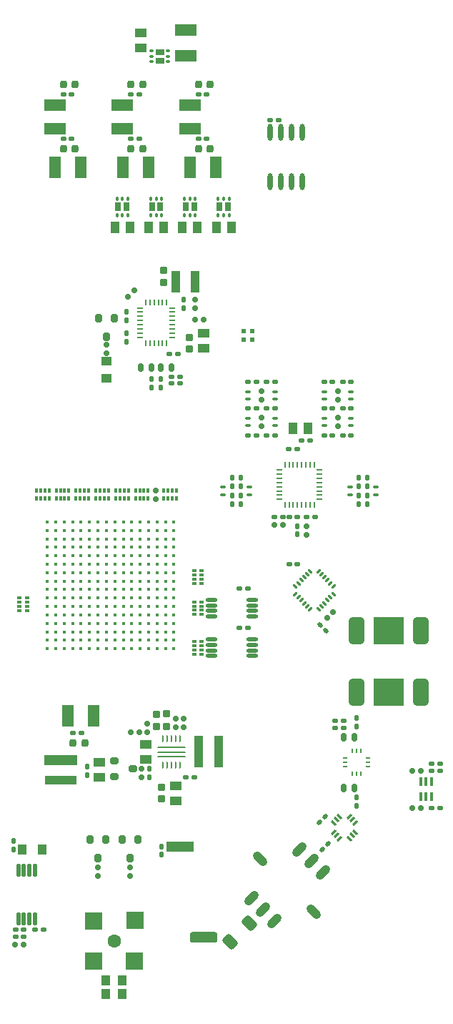
<source format=gtp>
G04*
G04 #@! TF.GenerationSoftware,Altium Limited,Altium Designer,21.7.2 (23)*
G04*
G04 Layer_Color=8421504*
%FSLAX43Y43*%
%MOMM*%
G71*
G04*
G04 #@! TF.SameCoordinates,A774AA4E-E338-4311-BF28-223F750F7C6B*
G04*
G04*
G04 #@! TF.FilePolarity,Positive*
G04*
G01*
G75*
%ADD18R,1.000X0.800*%
%ADD19R,0.800X1.000*%
%ADD20C,1.600*%
%ADD21R,2.000X2.000*%
%ADD22R,1.050X1.300*%
G04:AMPARAMS|DCode=23|XSize=0.61mm|YSize=0.6mm|CornerRadius=0.15mm|HoleSize=0mm|Usage=FLASHONLY|Rotation=180.000|XOffset=0mm|YOffset=0mm|HoleType=Round|Shape=RoundedRectangle|*
%AMROUNDEDRECTD23*
21,1,0.610,0.300,0,0,180.0*
21,1,0.310,0.600,0,0,180.0*
1,1,0.300,-0.155,0.150*
1,1,0.300,0.155,0.150*
1,1,0.300,0.155,-0.150*
1,1,0.300,-0.155,-0.150*
%
%ADD23ROUNDEDRECTD23*%
G04:AMPARAMS|DCode=24|XSize=0.8mm|YSize=1mm|CornerRadius=0.2mm|HoleSize=0mm|Usage=FLASHONLY|Rotation=0.000|XOffset=0mm|YOffset=0mm|HoleType=Round|Shape=RoundedRectangle|*
%AMROUNDEDRECTD24*
21,1,0.800,0.600,0,0,0.0*
21,1,0.400,1.000,0,0,0.0*
1,1,0.400,0.200,-0.300*
1,1,0.400,-0.200,-0.300*
1,1,0.400,-0.200,0.300*
1,1,0.400,0.200,0.300*
%
%ADD24ROUNDEDRECTD24*%
%ADD25R,0.600X0.500*%
G04:AMPARAMS|DCode=26|XSize=0.5mm|YSize=0.6mm|CornerRadius=0.125mm|HoleSize=0mm|Usage=FLASHONLY|Rotation=90.000|XOffset=0mm|YOffset=0mm|HoleType=Round|Shape=RoundedRectangle|*
%AMROUNDEDRECTD26*
21,1,0.500,0.350,0,0,90.0*
21,1,0.250,0.600,0,0,90.0*
1,1,0.250,0.175,0.125*
1,1,0.250,0.175,-0.125*
1,1,0.250,-0.175,-0.125*
1,1,0.250,-0.175,0.125*
%
%ADD26ROUNDEDRECTD26*%
%ADD27O,1.400X0.500*%
%ADD28C,0.450*%
G04:AMPARAMS|DCode=29|XSize=0.375mm|YSize=0.55mm|CornerRadius=0.094mm|HoleSize=0mm|Usage=FLASHONLY|Rotation=270.000|XOffset=0mm|YOffset=0mm|HoleType=Round|Shape=RoundedRectangle|*
%AMROUNDEDRECTD29*
21,1,0.375,0.363,0,0,270.0*
21,1,0.188,0.550,0,0,270.0*
1,1,0.188,-0.181,-0.094*
1,1,0.188,-0.181,0.094*
1,1,0.188,0.181,0.094*
1,1,0.188,0.181,-0.094*
%
%ADD29ROUNDEDRECTD29*%
G04:AMPARAMS|DCode=30|XSize=0.375mm|YSize=0.55mm|CornerRadius=0.094mm|HoleSize=0mm|Usage=FLASHONLY|Rotation=0.000|XOffset=0mm|YOffset=0mm|HoleType=Round|Shape=RoundedRectangle|*
%AMROUNDEDRECTD30*
21,1,0.375,0.363,0,0,0.0*
21,1,0.188,0.550,0,0,0.0*
1,1,0.188,0.094,-0.181*
1,1,0.188,-0.094,-0.181*
1,1,0.188,-0.094,0.181*
1,1,0.188,0.094,0.181*
%
%ADD30ROUNDEDRECTD30*%
G04:AMPARAMS|DCode=31|XSize=0.64mm|YSize=1.02mm|CornerRadius=0.16mm|HoleSize=0mm|Usage=FLASHONLY|Rotation=180.000|XOffset=0mm|YOffset=0mm|HoleType=Round|Shape=RoundedRectangle|*
%AMROUNDEDRECTD31*
21,1,0.640,0.700,0,0,180.0*
21,1,0.320,1.020,0,0,180.0*
1,1,0.320,-0.160,0.350*
1,1,0.320,0.160,0.350*
1,1,0.320,0.160,-0.350*
1,1,0.320,-0.160,-0.350*
%
%ADD31ROUNDEDRECTD31*%
%ADD32R,3.658X3.226*%
G04:AMPARAMS|DCode=33|XSize=1.88mm|YSize=3.226mm|CornerRadius=0.47mm|HoleSize=0mm|Usage=FLASHONLY|Rotation=180.000|XOffset=0mm|YOffset=0mm|HoleType=Round|Shape=RoundedRectangle|*
%AMROUNDEDRECTD33*
21,1,1.880,2.286,0,0,180.0*
21,1,0.940,3.226,0,0,180.0*
1,1,0.940,-0.470,1.143*
1,1,0.940,0.470,1.143*
1,1,0.940,0.470,-1.143*
1,1,0.940,-0.470,-1.143*
%
%ADD33ROUNDEDRECTD33*%
%ADD34R,1.400X1.100*%
%ADD35R,0.980X3.700*%
G04:AMPARAMS|DCode=36|XSize=0.5mm|YSize=0.6mm|CornerRadius=0.125mm|HoleSize=0mm|Usage=FLASHONLY|Rotation=180.000|XOffset=0mm|YOffset=0mm|HoleType=Round|Shape=RoundedRectangle|*
%AMROUNDEDRECTD36*
21,1,0.500,0.350,0,0,180.0*
21,1,0.250,0.600,0,0,180.0*
1,1,0.250,-0.125,0.175*
1,1,0.250,0.125,0.175*
1,1,0.250,0.125,-0.175*
1,1,0.250,-0.125,-0.175*
%
%ADD36ROUNDEDRECTD36*%
G04:AMPARAMS|DCode=37|XSize=0.9mm|YSize=0.8mm|CornerRadius=0.2mm|HoleSize=0mm|Usage=FLASHONLY|Rotation=0.000|XOffset=0mm|YOffset=0mm|HoleType=Round|Shape=RoundedRectangle|*
%AMROUNDEDRECTD37*
21,1,0.900,0.400,0,0,0.0*
21,1,0.500,0.800,0,0,0.0*
1,1,0.400,0.250,-0.200*
1,1,0.400,-0.250,-0.200*
1,1,0.400,-0.250,0.200*
1,1,0.400,0.250,0.200*
%
%ADD37ROUNDEDRECTD37*%
%ADD38R,1.400X2.600*%
%ADD39R,3.700X0.980*%
%ADD40R,3.900X1.180*%
G04:AMPARAMS|DCode=41|XSize=0.61mm|YSize=0.6mm|CornerRadius=0.15mm|HoleSize=0mm|Usage=FLASHONLY|Rotation=270.000|XOffset=0mm|YOffset=0mm|HoleType=Round|Shape=RoundedRectangle|*
%AMROUNDEDRECTD41*
21,1,0.610,0.300,0,0,270.0*
21,1,0.310,0.600,0,0,270.0*
1,1,0.300,-0.150,-0.155*
1,1,0.300,-0.150,0.155*
1,1,0.300,0.150,0.155*
1,1,0.300,0.150,-0.155*
%
%ADD41ROUNDEDRECTD41*%
G04:AMPARAMS|DCode=42|XSize=0.25mm|YSize=0.8mm|CornerRadius=0.063mm|HoleSize=0mm|Usage=FLASHONLY|Rotation=0.000|XOffset=0mm|YOffset=0mm|HoleType=Round|Shape=RoundedRectangle|*
%AMROUNDEDRECTD42*
21,1,0.250,0.675,0,0,0.0*
21,1,0.125,0.800,0,0,0.0*
1,1,0.125,0.063,-0.338*
1,1,0.125,-0.063,-0.338*
1,1,0.125,-0.063,0.338*
1,1,0.125,0.063,0.338*
%
%ADD42ROUNDEDRECTD42*%
G04:AMPARAMS|DCode=43|XSize=0.25mm|YSize=3.4mm|CornerRadius=0.063mm|HoleSize=0mm|Usage=FLASHONLY|Rotation=90.000|XOffset=0mm|YOffset=0mm|HoleType=Round|Shape=RoundedRectangle|*
%AMROUNDEDRECTD43*
21,1,0.250,3.275,0,0,90.0*
21,1,0.125,3.400,0,0,90.0*
1,1,0.125,1.638,0.063*
1,1,0.125,1.638,-0.063*
1,1,0.125,-1.638,-0.063*
1,1,0.125,-1.638,0.063*
%
%ADD43ROUNDEDRECTD43*%
G04:AMPARAMS|DCode=44|XSize=0.9mm|YSize=0.8mm|CornerRadius=0.2mm|HoleSize=0mm|Usage=FLASHONLY|Rotation=270.000|XOffset=0mm|YOffset=0mm|HoleType=Round|Shape=RoundedRectangle|*
%AMROUNDEDRECTD44*
21,1,0.900,0.400,0,0,270.0*
21,1,0.500,0.800,0,0,270.0*
1,1,0.400,-0.200,-0.250*
1,1,0.400,-0.200,0.250*
1,1,0.400,0.200,0.250*
1,1,0.400,0.200,-0.250*
%
%ADD44ROUNDEDRECTD44*%
G04:AMPARAMS|DCode=45|XSize=0.8mm|YSize=1mm|CornerRadius=0.2mm|HoleSize=0mm|Usage=FLASHONLY|Rotation=90.000|XOffset=0mm|YOffset=0mm|HoleType=Round|Shape=RoundedRectangle|*
%AMROUNDEDRECTD45*
21,1,0.800,0.600,0,0,90.0*
21,1,0.400,1.000,0,0,90.0*
1,1,0.400,0.300,0.200*
1,1,0.400,0.300,-0.200*
1,1,0.400,-0.300,-0.200*
1,1,0.400,-0.300,0.200*
%
%ADD45ROUNDEDRECTD45*%
%ADD46O,0.250X0.750*%
%ADD47O,0.750X0.250*%
G04:AMPARAMS|DCode=48|XSize=0.45mm|YSize=0.3mm|CornerRadius=0.038mm|HoleSize=0mm|Usage=FLASHONLY|Rotation=0.000|XOffset=0mm|YOffset=0mm|HoleType=Round|Shape=RoundedRectangle|*
%AMROUNDEDRECTD48*
21,1,0.450,0.225,0,0,0.0*
21,1,0.375,0.300,0,0,0.0*
1,1,0.075,0.188,-0.113*
1,1,0.075,-0.188,-0.113*
1,1,0.075,-0.188,0.113*
1,1,0.075,0.188,0.113*
%
%ADD48ROUNDEDRECTD48*%
%ADD49R,2.600X1.400*%
%ADD50O,0.250X0.700*%
%ADD51O,0.700X0.250*%
G04:AMPARAMS|DCode=52|XSize=0.25mm|YSize=0.55mm|CornerRadius=0.063mm|HoleSize=0mm|Usage=FLASHONLY|Rotation=180.000|XOffset=0mm|YOffset=0mm|HoleType=Round|Shape=RoundedRectangle|*
%AMROUNDEDRECTD52*
21,1,0.250,0.425,0,0,180.0*
21,1,0.125,0.550,0,0,180.0*
1,1,0.125,-0.063,0.213*
1,1,0.125,0.063,0.213*
1,1,0.125,0.063,-0.213*
1,1,0.125,-0.063,-0.213*
%
%ADD52ROUNDEDRECTD52*%
G04:AMPARAMS|DCode=53|XSize=0.25mm|YSize=0.55mm|CornerRadius=0.063mm|HoleSize=0mm|Usage=FLASHONLY|Rotation=90.000|XOffset=0mm|YOffset=0mm|HoleType=Round|Shape=RoundedRectangle|*
%AMROUNDEDRECTD53*
21,1,0.250,0.425,0,0,90.0*
21,1,0.125,0.550,0,0,90.0*
1,1,0.125,0.213,0.063*
1,1,0.125,0.213,-0.063*
1,1,0.125,-0.213,-0.063*
1,1,0.125,-0.213,0.063*
%
%ADD53ROUNDEDRECTD53*%
G04:AMPARAMS|DCode=54|XSize=1.02mm|YSize=2mm|CornerRadius=0mm|HoleSize=0mm|Usage=FLASHONLY|Rotation=315.000|XOffset=0mm|YOffset=0mm|HoleType=Round|Shape=Round|*
%AMOVALD54*
21,1,0.980,1.020,0.000,0.000,45.0*
1,1,1.020,-0.346,-0.346*
1,1,1.020,0.346,0.346*
%
%ADD54OVALD54*%

G04:AMPARAMS|DCode=55|XSize=1.02mm|YSize=2mm|CornerRadius=0mm|HoleSize=0mm|Usage=FLASHONLY|Rotation=45.000|XOffset=0mm|YOffset=0mm|HoleType=Round|Shape=Round|*
%AMOVALD55*
21,1,0.980,1.020,0.000,0.000,135.0*
1,1,1.020,0.346,-0.346*
1,1,1.020,-0.346,0.346*
%
%ADD55OVALD55*%

G04:AMPARAMS|DCode=56|XSize=1mm|YSize=0.376mm|CornerRadius=0.094mm|HoleSize=0mm|Usage=FLASHONLY|Rotation=90.000|XOffset=0mm|YOffset=0mm|HoleType=Round|Shape=RoundedRectangle|*
%AMROUNDEDRECTD56*
21,1,1.000,0.188,0,0,90.0*
21,1,0.812,0.376,0,0,90.0*
1,1,0.188,0.094,0.406*
1,1,0.188,0.094,-0.406*
1,1,0.188,-0.094,-0.406*
1,1,0.188,-0.094,0.406*
%
%ADD56ROUNDEDRECTD56*%
G04:AMPARAMS|DCode=57|XSize=0.36mm|YSize=0.66mm|CornerRadius=0.09mm|HoleSize=0mm|Usage=FLASHONLY|Rotation=90.000|XOffset=0mm|YOffset=0mm|HoleType=Round|Shape=RoundedRectangle|*
%AMROUNDEDRECTD57*
21,1,0.360,0.480,0,0,90.0*
21,1,0.180,0.660,0,0,90.0*
1,1,0.180,0.240,0.090*
1,1,0.180,0.240,-0.090*
1,1,0.180,-0.240,-0.090*
1,1,0.180,-0.240,0.090*
%
%ADD57ROUNDEDRECTD57*%
%ADD58R,1.300X1.050*%
%ADD59O,0.600X2.000*%
G04:AMPARAMS|DCode=60|XSize=0.45mm|YSize=0.3mm|CornerRadius=0.038mm|HoleSize=0mm|Usage=FLASHONLY|Rotation=90.000|XOffset=0mm|YOffset=0mm|HoleType=Round|Shape=RoundedRectangle|*
%AMROUNDEDRECTD60*
21,1,0.450,0.225,0,0,90.0*
21,1,0.375,0.300,0,0,90.0*
1,1,0.075,0.113,0.188*
1,1,0.075,0.113,-0.188*
1,1,0.075,-0.113,-0.188*
1,1,0.075,-0.113,0.188*
%
%ADD60ROUNDEDRECTD60*%
G04:AMPARAMS|DCode=61|XSize=0.61mm|YSize=0.6mm|CornerRadius=0.15mm|HoleSize=0mm|Usage=FLASHONLY|Rotation=315.000|XOffset=0mm|YOffset=0mm|HoleType=Round|Shape=RoundedRectangle|*
%AMROUNDEDRECTD61*
21,1,0.610,0.300,0,0,315.0*
21,1,0.310,0.600,0,0,315.0*
1,1,0.300,0.003,-0.216*
1,1,0.300,-0.216,0.003*
1,1,0.300,-0.003,0.216*
1,1,0.300,0.216,-0.003*
%
%ADD61ROUNDEDRECTD61*%
%ADD62R,1.020X2.540*%
%ADD63R,1.100X1.400*%
G04:AMPARAMS|DCode=64|XSize=0.3mm|YSize=0.7mm|CornerRadius=0mm|HoleSize=0mm|Usage=FLASHONLY|Rotation=225.000|XOffset=0mm|YOffset=0mm|HoleType=Round|Shape=Round|*
%AMOVALD64*
21,1,0.400,0.300,0.000,0.000,315.0*
1,1,0.300,-0.141,0.141*
1,1,0.300,0.141,-0.141*
%
%ADD64OVALD64*%

G04:AMPARAMS|DCode=65|XSize=0.3mm|YSize=0.7mm|CornerRadius=0mm|HoleSize=0mm|Usage=FLASHONLY|Rotation=135.000|XOffset=0mm|YOffset=0mm|HoleType=Round|Shape=Round|*
%AMOVALD65*
21,1,0.400,0.300,0.000,0.000,225.0*
1,1,0.300,0.141,0.141*
1,1,0.300,-0.141,-0.141*
%
%ADD65OVALD65*%

G04:AMPARAMS|DCode=66|XSize=0.5mm|YSize=0.6mm|CornerRadius=0.125mm|HoleSize=0mm|Usage=FLASHONLY|Rotation=135.000|XOffset=0mm|YOffset=0mm|HoleType=Round|Shape=RoundedRectangle|*
%AMROUNDEDRECTD66*
21,1,0.500,0.350,0,0,135.0*
21,1,0.250,0.600,0,0,135.0*
1,1,0.250,0.035,0.212*
1,1,0.250,0.212,0.035*
1,1,0.250,-0.035,-0.212*
1,1,0.250,-0.212,-0.035*
%
%ADD66ROUNDEDRECTD66*%
G04:AMPARAMS|DCode=67|XSize=0.5mm|YSize=0.6mm|CornerRadius=0.125mm|HoleSize=0mm|Usage=FLASHONLY|Rotation=225.000|XOffset=0mm|YOffset=0mm|HoleType=Round|Shape=RoundedRectangle|*
%AMROUNDEDRECTD67*
21,1,0.500,0.350,0,0,225.0*
21,1,0.250,0.600,0,0,225.0*
1,1,0.250,-0.212,0.035*
1,1,0.250,-0.035,0.212*
1,1,0.250,0.212,-0.035*
1,1,0.250,0.035,-0.212*
%
%ADD67ROUNDEDRECTD67*%
G04:AMPARAMS|DCode=68|XSize=0.75mm|YSize=0.28mm|CornerRadius=0.07mm|HoleSize=0mm|Usage=FLASHONLY|Rotation=135.000|XOffset=0mm|YOffset=0mm|HoleType=Round|Shape=RoundedRectangle|*
%AMROUNDEDRECTD68*
21,1,0.750,0.140,0,0,135.0*
21,1,0.610,0.280,0,0,135.0*
1,1,0.140,-0.166,0.265*
1,1,0.140,0.265,-0.166*
1,1,0.140,0.166,-0.265*
1,1,0.140,-0.265,0.166*
%
%ADD68ROUNDEDRECTD68*%
G04:AMPARAMS|DCode=69|XSize=0.75mm|YSize=0.28mm|CornerRadius=0.07mm|HoleSize=0mm|Usage=FLASHONLY|Rotation=45.000|XOffset=0mm|YOffset=0mm|HoleType=Round|Shape=RoundedRectangle|*
%AMROUNDEDRECTD69*
21,1,0.750,0.140,0,0,45.0*
21,1,0.610,0.280,0,0,45.0*
1,1,0.140,0.265,0.166*
1,1,0.140,-0.166,-0.265*
1,1,0.140,-0.265,-0.166*
1,1,0.140,0.166,0.265*
%
%ADD69ROUNDEDRECTD69*%
G04:AMPARAMS|DCode=70|XSize=1.25mm|YSize=1.7mm|CornerRadius=0.313mm|HoleSize=0mm|Usage=FLASHONLY|Rotation=45.000|XOffset=0mm|YOffset=0mm|HoleType=Round|Shape=RoundedRectangle|*
%AMROUNDEDRECTD70*
21,1,1.250,1.075,0,0,45.0*
21,1,0.625,1.700,0,0,45.0*
1,1,0.625,0.601,-0.159*
1,1,0.625,0.159,-0.601*
1,1,0.625,-0.601,0.159*
1,1,0.625,-0.159,0.601*
%
%ADD70ROUNDEDRECTD70*%
G04:AMPARAMS|DCode=71|XSize=0.45mm|YSize=1.5mm|CornerRadius=0.113mm|HoleSize=0mm|Usage=FLASHONLY|Rotation=0.000|XOffset=0mm|YOffset=0mm|HoleType=Round|Shape=RoundedRectangle|*
%AMROUNDEDRECTD71*
21,1,0.450,1.275,0,0,0.0*
21,1,0.225,1.500,0,0,0.0*
1,1,0.225,0.113,-0.638*
1,1,0.225,-0.113,-0.638*
1,1,0.225,-0.113,0.638*
1,1,0.225,0.113,0.638*
%
%ADD71ROUNDEDRECTD71*%
%ADD72R,3.300X1.270*%
G04:AMPARAMS|DCode=73|XSize=3.3mm|YSize=1.27mm|CornerRadius=0.318mm|HoleSize=0mm|Usage=FLASHONLY|Rotation=0.000|XOffset=0mm|YOffset=0mm|HoleType=Round|Shape=RoundedRectangle|*
%AMROUNDEDRECTD73*
21,1,3.300,0.635,0,0,0.0*
21,1,2.665,1.270,0,0,0.0*
1,1,0.635,1.333,-0.318*
1,1,0.635,-1.333,-0.318*
1,1,0.635,-1.333,0.318*
1,1,0.635,1.333,0.318*
%
%ADD73ROUNDEDRECTD73*%
D18*
X72350Y169650D02*
D03*
X72350Y168650D02*
D03*
D19*
X79400Y151300D02*
D03*
X80400Y151300D02*
D03*
X76400Y151300D02*
D03*
X75400Y151300D02*
D03*
X72400Y151300D02*
D03*
X71400Y151300D02*
D03*
X67400Y151300D02*
D03*
X68400Y151299D02*
D03*
D20*
X66900Y64400D02*
D03*
D21*
X64525Y62025D02*
D03*
X69375Y66875D02*
D03*
X69275Y62025D02*
D03*
X64525Y66775D02*
D03*
D22*
X65890Y58100D02*
D03*
X67910D02*
D03*
X65890Y59700D02*
D03*
X67910D02*
D03*
X56050Y75200D02*
D03*
X58350D02*
D03*
D23*
X65000Y73108D02*
D03*
Y72092D02*
D03*
X71875Y116742D02*
D03*
Y117758D02*
D03*
X75125Y90683D02*
D03*
Y89667D02*
D03*
X74225D02*
D03*
Y90683D02*
D03*
X70800Y90133D02*
D03*
Y89117D02*
D03*
X70175Y83767D02*
D03*
Y84783D02*
D03*
X68800Y72092D02*
D03*
Y73108D02*
D03*
X84400Y126383D02*
D03*
Y125367D02*
D03*
Y128467D02*
D03*
Y129483D02*
D03*
X93400Y128467D02*
D03*
Y129483D02*
D03*
Y126383D02*
D03*
Y125367D02*
D03*
X66000Y133992D02*
D03*
Y135008D02*
D03*
X76500Y139342D02*
D03*
Y140358D02*
D03*
X89725Y112492D02*
D03*
Y113508D02*
D03*
D24*
X69750Y76400D02*
D03*
X67850D02*
D03*
X68800Y74200D02*
D03*
X66000Y135900D02*
D03*
X65050Y138100D02*
D03*
X66950D02*
D03*
X65950Y76400D02*
D03*
X64050D02*
D03*
X65000Y74200D02*
D03*
D25*
X83300Y136600D02*
D03*
X82300D02*
D03*
X83300Y135600D02*
D03*
X82300D02*
D03*
D26*
X81750Y106150D02*
D03*
X82750D02*
D03*
X93096Y89627D02*
D03*
X94096D02*
D03*
X63050Y89050D02*
D03*
X62050D02*
D03*
X76400Y83775D02*
D03*
X75400D02*
D03*
X81750Y101450D02*
D03*
X82750D02*
D03*
X77900Y164650D02*
D03*
X76900D02*
D03*
Y159350D02*
D03*
X77900D02*
D03*
X104525Y85413D02*
D03*
X105525D02*
D03*
X104525Y84550D02*
D03*
X105525D02*
D03*
X104525Y80150D02*
D03*
X105525D02*
D03*
X85000Y124275D02*
D03*
X86000D02*
D03*
X82800D02*
D03*
X83800D02*
D03*
X85000Y127425D02*
D03*
X86000D02*
D03*
X82800Y127425D02*
D03*
X83800D02*
D03*
X85000Y130575D02*
D03*
X86000D02*
D03*
X82800D02*
D03*
X83800D02*
D03*
X94000Y130575D02*
D03*
X95000D02*
D03*
X91800D02*
D03*
X92800D02*
D03*
X91800Y127425D02*
D03*
X92800D02*
D03*
X91800Y124275D02*
D03*
X92800D02*
D03*
X94000D02*
D03*
X95000D02*
D03*
X94000Y127425D02*
D03*
X95000D02*
D03*
X86400Y161600D02*
D03*
X85400D02*
D03*
X69900Y164650D02*
D03*
X68900D02*
D03*
X61900D02*
D03*
X60900D02*
D03*
X61900Y159350D02*
D03*
X60900D02*
D03*
X69900D02*
D03*
X68900D02*
D03*
X74750Y131200D02*
D03*
X73750D02*
D03*
X74750Y130400D02*
D03*
X73750D02*
D03*
X74443Y133869D02*
D03*
X73443D02*
D03*
X89150Y123613D02*
D03*
X90150D02*
D03*
X85900Y114600D02*
D03*
X86900D02*
D03*
X88600Y122650D02*
D03*
X87600D02*
D03*
X90725Y114625D02*
D03*
X89725D02*
D03*
X87650Y114607D02*
D03*
X88650D02*
D03*
X87650Y108975D02*
D03*
X88650D02*
D03*
X94100Y90500D02*
D03*
X93100D02*
D03*
X57525Y65700D02*
D03*
X58525D02*
D03*
X56225Y65700D02*
D03*
X55225D02*
D03*
X56225Y64900D02*
D03*
X55225D02*
D03*
D27*
X78450Y104775D02*
D03*
Y104125D02*
D03*
Y103475D02*
D03*
Y102825D02*
D03*
X83250Y103475D02*
D03*
Y104125D02*
D03*
Y104775D02*
D03*
Y102825D02*
D03*
X78450Y100075D02*
D03*
Y99425D02*
D03*
Y98775D02*
D03*
Y98125D02*
D03*
X83250Y100075D02*
D03*
Y99425D02*
D03*
Y98775D02*
D03*
Y98125D02*
D03*
D28*
X73000Y103000D02*
D03*
X74000D02*
D03*
Y104000D02*
D03*
X73000D02*
D03*
X60000Y110000D02*
D03*
X59000D02*
D03*
Y99000D02*
D03*
Y100000D02*
D03*
Y101000D02*
D03*
Y102000D02*
D03*
Y103000D02*
D03*
Y104000D02*
D03*
Y105000D02*
D03*
Y106000D02*
D03*
Y107000D02*
D03*
Y108000D02*
D03*
Y109000D02*
D03*
Y111000D02*
D03*
Y112000D02*
D03*
Y113000D02*
D03*
Y114000D02*
D03*
X60000Y99000D02*
D03*
Y100000D02*
D03*
Y101000D02*
D03*
Y102000D02*
D03*
Y103000D02*
D03*
Y104000D02*
D03*
Y105000D02*
D03*
Y106000D02*
D03*
Y107000D02*
D03*
Y108000D02*
D03*
Y109000D02*
D03*
Y111000D02*
D03*
Y112000D02*
D03*
Y113000D02*
D03*
Y114000D02*
D03*
X61000Y99000D02*
D03*
Y100000D02*
D03*
Y101000D02*
D03*
Y102000D02*
D03*
Y103000D02*
D03*
Y104000D02*
D03*
Y105000D02*
D03*
Y106000D02*
D03*
Y107000D02*
D03*
Y108000D02*
D03*
Y109000D02*
D03*
Y110000D02*
D03*
Y111000D02*
D03*
Y112000D02*
D03*
Y113000D02*
D03*
Y114000D02*
D03*
X62000Y99000D02*
D03*
Y100000D02*
D03*
Y101000D02*
D03*
Y102000D02*
D03*
Y103000D02*
D03*
Y104000D02*
D03*
Y105000D02*
D03*
Y106000D02*
D03*
Y107000D02*
D03*
Y108000D02*
D03*
Y109000D02*
D03*
Y110000D02*
D03*
Y111000D02*
D03*
Y112000D02*
D03*
Y113000D02*
D03*
Y114000D02*
D03*
X63000Y99000D02*
D03*
Y100000D02*
D03*
Y101000D02*
D03*
Y102000D02*
D03*
Y103000D02*
D03*
Y104000D02*
D03*
Y105000D02*
D03*
Y106000D02*
D03*
Y107000D02*
D03*
Y108000D02*
D03*
Y109000D02*
D03*
Y110000D02*
D03*
Y111000D02*
D03*
Y112000D02*
D03*
Y113000D02*
D03*
Y114000D02*
D03*
X64000Y99000D02*
D03*
Y100000D02*
D03*
Y101000D02*
D03*
Y102000D02*
D03*
Y103000D02*
D03*
Y104000D02*
D03*
Y105000D02*
D03*
Y106000D02*
D03*
Y107000D02*
D03*
Y108000D02*
D03*
Y109000D02*
D03*
Y110000D02*
D03*
Y111000D02*
D03*
Y112000D02*
D03*
Y113000D02*
D03*
Y114000D02*
D03*
X65000Y99000D02*
D03*
Y100000D02*
D03*
Y101000D02*
D03*
Y102000D02*
D03*
Y103000D02*
D03*
Y104000D02*
D03*
Y105000D02*
D03*
Y106000D02*
D03*
Y107000D02*
D03*
Y108000D02*
D03*
Y109000D02*
D03*
Y110000D02*
D03*
Y111000D02*
D03*
Y112000D02*
D03*
Y113000D02*
D03*
Y114000D02*
D03*
X66000Y99000D02*
D03*
Y100000D02*
D03*
Y101000D02*
D03*
Y102000D02*
D03*
Y103000D02*
D03*
Y104000D02*
D03*
Y105000D02*
D03*
Y106000D02*
D03*
Y107000D02*
D03*
Y108000D02*
D03*
Y109000D02*
D03*
Y110000D02*
D03*
Y111000D02*
D03*
Y112000D02*
D03*
Y113000D02*
D03*
Y114000D02*
D03*
X67000Y99000D02*
D03*
Y100000D02*
D03*
Y101000D02*
D03*
Y102000D02*
D03*
Y103000D02*
D03*
Y104000D02*
D03*
Y105000D02*
D03*
Y106000D02*
D03*
Y107000D02*
D03*
Y108000D02*
D03*
Y109000D02*
D03*
Y110000D02*
D03*
Y111000D02*
D03*
Y112000D02*
D03*
Y113000D02*
D03*
Y114000D02*
D03*
X68000Y99000D02*
D03*
Y100000D02*
D03*
Y101000D02*
D03*
Y102000D02*
D03*
Y103000D02*
D03*
Y104000D02*
D03*
Y105000D02*
D03*
Y106000D02*
D03*
Y107000D02*
D03*
Y108000D02*
D03*
Y109000D02*
D03*
Y110000D02*
D03*
Y111000D02*
D03*
Y112000D02*
D03*
Y113000D02*
D03*
Y114000D02*
D03*
X69000Y99000D02*
D03*
Y100000D02*
D03*
Y101000D02*
D03*
Y102000D02*
D03*
Y103000D02*
D03*
Y104000D02*
D03*
Y105000D02*
D03*
Y106000D02*
D03*
Y107000D02*
D03*
Y108000D02*
D03*
Y109000D02*
D03*
Y110000D02*
D03*
Y111000D02*
D03*
Y112000D02*
D03*
Y113000D02*
D03*
Y114000D02*
D03*
X70000Y99000D02*
D03*
Y100000D02*
D03*
Y101000D02*
D03*
Y102000D02*
D03*
Y103000D02*
D03*
Y104000D02*
D03*
Y105000D02*
D03*
Y106000D02*
D03*
Y107000D02*
D03*
Y108000D02*
D03*
Y109000D02*
D03*
Y110000D02*
D03*
Y111000D02*
D03*
Y112000D02*
D03*
Y113000D02*
D03*
Y114000D02*
D03*
X71000Y99000D02*
D03*
Y100000D02*
D03*
Y101000D02*
D03*
Y102000D02*
D03*
Y103000D02*
D03*
Y104000D02*
D03*
Y105000D02*
D03*
Y106000D02*
D03*
Y107000D02*
D03*
Y108000D02*
D03*
Y109000D02*
D03*
Y110000D02*
D03*
Y111000D02*
D03*
Y112000D02*
D03*
Y113000D02*
D03*
Y114000D02*
D03*
X72000Y99000D02*
D03*
Y100000D02*
D03*
Y101000D02*
D03*
Y102000D02*
D03*
Y103000D02*
D03*
Y104000D02*
D03*
Y105000D02*
D03*
Y106000D02*
D03*
Y107000D02*
D03*
Y108000D02*
D03*
Y109000D02*
D03*
Y110000D02*
D03*
Y111000D02*
D03*
Y112000D02*
D03*
Y113000D02*
D03*
X73000Y99000D02*
D03*
Y102000D02*
D03*
Y105000D02*
D03*
Y106000D02*
D03*
Y109000D02*
D03*
Y110000D02*
D03*
Y111000D02*
D03*
X74000Y99000D02*
D03*
Y101000D02*
D03*
Y102000D02*
D03*
Y105000D02*
D03*
Y106000D02*
D03*
Y108000D02*
D03*
Y109000D02*
D03*
Y110000D02*
D03*
Y111000D02*
D03*
Y114000D02*
D03*
X73000Y112000D02*
D03*
X74000D02*
D03*
Y113000D02*
D03*
Y100000D02*
D03*
Y107000D02*
D03*
X73000Y108000D02*
D03*
X72000Y114000D02*
D03*
X73000Y100000D02*
D03*
Y101000D02*
D03*
Y107000D02*
D03*
Y114000D02*
D03*
Y113000D02*
D03*
D29*
X76400Y103050D02*
D03*
X76400Y103550D02*
D03*
X76400Y104550D02*
D03*
X76400Y104050D02*
D03*
X77300Y103550D02*
D03*
X77300Y103050D02*
D03*
Y104550D02*
D03*
X77300Y104050D02*
D03*
X76400Y106750D02*
D03*
X76400Y99850D02*
D03*
Y98850D02*
D03*
X76400Y107750D02*
D03*
Y107250D02*
D03*
X76400Y99350D02*
D03*
X56600Y104000D02*
D03*
X55700D02*
D03*
X56600Y103500D02*
D03*
X55700D02*
D03*
X56600Y104500D02*
D03*
X55700D02*
D03*
X56600Y105000D02*
D03*
X55700D02*
D03*
X77300Y98850D02*
D03*
Y98350D02*
D03*
X76400D02*
D03*
X77300Y99350D02*
D03*
Y99850D02*
D03*
X77300Y107750D02*
D03*
X76400Y108250D02*
D03*
X77300D02*
D03*
Y107250D02*
D03*
Y106750D02*
D03*
D30*
X73800Y116800D02*
D03*
X74300D02*
D03*
X73300D02*
D03*
X59200Y117700D02*
D03*
Y116800D02*
D03*
X58700Y117700D02*
D03*
Y116800D02*
D03*
X57700Y117700D02*
D03*
Y116800D02*
D03*
X58200Y117700D02*
D03*
Y116800D02*
D03*
X61550Y117700D02*
D03*
Y116800D02*
D03*
X61050Y117700D02*
D03*
Y116800D02*
D03*
X60050Y117700D02*
D03*
Y116800D02*
D03*
X60550Y117700D02*
D03*
Y116800D02*
D03*
X62900D02*
D03*
Y117700D02*
D03*
X62400Y116800D02*
D03*
Y117700D02*
D03*
X63400Y116800D02*
D03*
Y117700D02*
D03*
X63900Y116800D02*
D03*
Y117700D02*
D03*
X65250Y116800D02*
D03*
Y117700D02*
D03*
X64750Y116800D02*
D03*
Y117700D02*
D03*
X65750Y116800D02*
D03*
Y117700D02*
D03*
X66250Y116800D02*
D03*
Y117700D02*
D03*
X67600Y116800D02*
D03*
Y117700D02*
D03*
X67100Y116800D02*
D03*
Y117700D02*
D03*
X68100Y116800D02*
D03*
Y117700D02*
D03*
X68600Y116800D02*
D03*
Y117700D02*
D03*
X69950Y116800D02*
D03*
Y117700D02*
D03*
X69450Y116800D02*
D03*
Y117700D02*
D03*
X70450Y116800D02*
D03*
Y117700D02*
D03*
X70950Y116800D02*
D03*
Y117700D02*
D03*
X73300D02*
D03*
X72800Y116800D02*
D03*
Y117700D02*
D03*
X73800D02*
D03*
X74300D02*
D03*
D31*
X94100Y88500D02*
D03*
X95400D02*
D03*
X71350Y132250D02*
D03*
X70050D02*
D03*
X72450Y132250D02*
D03*
X73750D02*
D03*
X95400Y82500D02*
D03*
X94100D02*
D03*
D32*
X99425Y93855D02*
D03*
Y101145D02*
D03*
D33*
X95615Y93855D02*
D03*
X103235D02*
D03*
Y101145D02*
D03*
X95615D02*
D03*
D34*
X65200Y85589D02*
D03*
Y83811D02*
D03*
X74200Y81011D02*
D03*
Y82789D02*
D03*
X70700Y85861D02*
D03*
Y87639D02*
D03*
X70100Y171878D02*
D03*
Y170100D02*
D03*
X77500Y134561D02*
D03*
Y136339D02*
D03*
D35*
X76965Y86800D02*
D03*
X79335D02*
D03*
D36*
X55000Y76200D02*
D03*
Y75200D02*
D03*
X71075Y83775D02*
D03*
Y84775D02*
D03*
X63700Y85050D02*
D03*
Y84050D02*
D03*
X68350Y135350D02*
D03*
Y136350D02*
D03*
X68350Y138850D02*
D03*
Y137850D02*
D03*
X75131Y140350D02*
D03*
Y139350D02*
D03*
X72450Y130950D02*
D03*
Y129950D02*
D03*
X71350Y130950D02*
D03*
Y129950D02*
D03*
X81900Y119225D02*
D03*
Y118225D02*
D03*
X81900Y116125D02*
D03*
Y117125D02*
D03*
X80900Y118225D02*
D03*
Y119225D02*
D03*
X80900Y117125D02*
D03*
Y116125D02*
D03*
X88650Y112518D02*
D03*
Y113518D02*
D03*
X95900Y119225D02*
D03*
Y118225D02*
D03*
X95900Y116125D02*
D03*
Y117125D02*
D03*
X96900Y118225D02*
D03*
Y119225D02*
D03*
X96900Y117125D02*
D03*
Y116125D02*
D03*
X95630Y90808D02*
D03*
Y89808D02*
D03*
X72500Y74600D02*
D03*
Y75600D02*
D03*
X95625Y81375D02*
D03*
Y80375D02*
D03*
D37*
X73150Y91287D02*
D03*
Y89763D02*
D03*
X71900Y91225D02*
D03*
Y89825D02*
D03*
X72500Y81225D02*
D03*
Y82625D02*
D03*
X72788Y143800D02*
D03*
Y142400D02*
D03*
X75850Y134450D02*
D03*
Y135850D02*
D03*
D38*
X64474Y91050D02*
D03*
X61426D02*
D03*
X78974Y156000D02*
D03*
X75926D02*
D03*
X62974D02*
D03*
X59926D02*
D03*
X67926Y156000D02*
D03*
X70974D02*
D03*
D39*
X60550Y83415D02*
D03*
D40*
Y85785D02*
D03*
D41*
X69933Y89125D02*
D03*
X68917D02*
D03*
X86908Y113700D02*
D03*
X85892D02*
D03*
X103233Y84550D02*
D03*
X102217D02*
D03*
X102217Y80150D02*
D03*
X103233D02*
D03*
X77516Y138000D02*
D03*
X76500D02*
D03*
X55192Y64000D02*
D03*
X56208D02*
D03*
D42*
X74725Y85175D02*
D03*
X74225D02*
D03*
X73725D02*
D03*
X73225D02*
D03*
X72725D02*
D03*
Y88375D02*
D03*
X73225D02*
D03*
X73725D02*
D03*
X74225D02*
D03*
X74725D02*
D03*
D43*
X73725Y86225D02*
D03*
Y86775D02*
D03*
Y87325D02*
D03*
D44*
X62050Y87850D02*
D03*
X63450D02*
D03*
X78300Y165800D02*
D03*
X76900D02*
D03*
X78300Y158200D02*
D03*
X76900D02*
D03*
X68900Y165800D02*
D03*
X70300D02*
D03*
X60900D02*
D03*
X62300D02*
D03*
X60900Y158200D02*
D03*
X62300D02*
D03*
X68900D02*
D03*
X70300D02*
D03*
D45*
X69125Y84775D02*
D03*
X66925Y83825D02*
D03*
Y85725D02*
D03*
D46*
X87150Y116050D02*
D03*
X87650D02*
D03*
X88150D02*
D03*
X88650D02*
D03*
X89150D02*
D03*
X89650D02*
D03*
X90150D02*
D03*
X90650D02*
D03*
Y120800D02*
D03*
X90150D02*
D03*
X89650D02*
D03*
X89150D02*
D03*
X88650D02*
D03*
X88150D02*
D03*
X87650D02*
D03*
X87150D02*
D03*
D47*
X91275Y116675D02*
D03*
Y117175D02*
D03*
Y117675D02*
D03*
Y118175D02*
D03*
Y118675D02*
D03*
Y119175D02*
D03*
Y119675D02*
D03*
Y120175D02*
D03*
X86525D02*
D03*
Y119675D02*
D03*
Y119175D02*
D03*
Y118675D02*
D03*
Y118175D02*
D03*
Y117675D02*
D03*
Y117175D02*
D03*
Y116675D02*
D03*
D48*
X71375Y168500D02*
D03*
Y169150D02*
D03*
Y169800D02*
D03*
X73325Y168500D02*
D03*
Y169150D02*
D03*
Y169800D02*
D03*
D49*
X75450Y169176D02*
D03*
Y172224D02*
D03*
X75900Y160603D02*
D03*
Y163397D02*
D03*
X67900D02*
D03*
Y160603D02*
D03*
X59900Y163397D02*
D03*
Y160603D02*
D03*
D50*
X70650Y140000D02*
D03*
X71150D02*
D03*
X71650D02*
D03*
X72150D02*
D03*
X72650D02*
D03*
X73150D02*
D03*
Y135200D02*
D03*
X72650D02*
D03*
X72150D02*
D03*
X71650D02*
D03*
X71150D02*
D03*
X70650D02*
D03*
D51*
X73800Y139350D02*
D03*
Y138850D02*
D03*
Y138350D02*
D03*
Y137850D02*
D03*
Y137350D02*
D03*
Y136850D02*
D03*
Y136350D02*
D03*
Y135850D02*
D03*
X70000D02*
D03*
Y136350D02*
D03*
Y136850D02*
D03*
Y137350D02*
D03*
Y137850D02*
D03*
Y138350D02*
D03*
Y138850D02*
D03*
Y139350D02*
D03*
D52*
X95120Y84220D02*
D03*
X95630Y84220D02*
D03*
X96140D02*
D03*
Y86930D02*
D03*
X95630Y86930D02*
D03*
X95120D02*
D03*
D53*
X96985Y85065D02*
D03*
Y85575D02*
D03*
X96985Y86085D02*
D03*
X94275D02*
D03*
Y85575D02*
D03*
X94275Y85065D02*
D03*
D54*
X83161Y69490D02*
D03*
X84526Y68126D02*
D03*
X85890Y66761D02*
D03*
X91639Y72510D02*
D03*
X90274Y73874D02*
D03*
X88910Y75239D02*
D03*
D55*
X90547Y67853D02*
D03*
X84253Y74147D02*
D03*
D56*
X103225Y81450D02*
D03*
X103875D02*
D03*
X104525D02*
D03*
Y83250D02*
D03*
X103875D02*
D03*
X103225D02*
D03*
D57*
X86000Y125440D02*
D03*
Y126310D02*
D03*
X82800Y125440D02*
D03*
Y126310D02*
D03*
X86000Y128540D02*
D03*
Y129410D02*
D03*
X82800Y128540D02*
D03*
Y129410D02*
D03*
X91800Y129410D02*
D03*
Y128540D02*
D03*
Y126310D02*
D03*
Y125440D02*
D03*
X95000Y126310D02*
D03*
Y125440D02*
D03*
Y129410D02*
D03*
Y128540D02*
D03*
X94850Y117240D02*
D03*
Y118110D02*
D03*
X97950Y117240D02*
D03*
Y118110D02*
D03*
X79850Y117240D02*
D03*
Y118110D02*
D03*
X82950Y117240D02*
D03*
Y118110D02*
D03*
D58*
X66000Y133010D02*
D03*
Y130990D02*
D03*
D59*
X89205Y160121D02*
D03*
X87935D02*
D03*
X86665D02*
D03*
X85395D02*
D03*
X89205Y154279D02*
D03*
X87935D02*
D03*
X86665D02*
D03*
X85395D02*
D03*
D60*
X80550Y150325D02*
D03*
X79900D02*
D03*
X79250D02*
D03*
X80550Y152275D02*
D03*
X79900D02*
D03*
X79250D02*
D03*
X75250Y152275D02*
D03*
X75900D02*
D03*
X76550D02*
D03*
X75250Y150325D02*
D03*
X75900D02*
D03*
X76550D02*
D03*
X71250Y152275D02*
D03*
X71900D02*
D03*
X72550D02*
D03*
X71250Y150325D02*
D03*
X71900D02*
D03*
X72550D02*
D03*
X67250Y152275D02*
D03*
X67900D02*
D03*
X68550D02*
D03*
X67250Y150325D02*
D03*
X67900D02*
D03*
X68550D02*
D03*
D61*
X68591Y140691D02*
D03*
X69309Y141409D02*
D03*
X92145Y102641D02*
D03*
X92863Y103359D02*
D03*
D62*
X76495Y142409D02*
D03*
X74205D02*
D03*
D63*
X79011Y148900D02*
D03*
X80789D02*
D03*
X75011Y148900D02*
D03*
X76789D02*
D03*
X71011D02*
D03*
X72789D02*
D03*
X67011D02*
D03*
X68789D02*
D03*
X89925Y125115D02*
D03*
X88147D02*
D03*
D64*
X91125Y103672D02*
D03*
X91478Y104025D02*
D03*
X91832Y104379D02*
D03*
X92186Y104732D02*
D03*
X92539Y105086D02*
D03*
X92893Y105439D02*
D03*
X90170Y108162D02*
D03*
X89817Y107808D02*
D03*
X89463Y107455D02*
D03*
X89110Y107101D02*
D03*
X88756Y106748D02*
D03*
X88403Y106394D02*
D03*
D65*
X92893D02*
D03*
X92539Y106748D02*
D03*
X92186Y107101D02*
D03*
X91832Y107455D02*
D03*
X91478Y107808D02*
D03*
X91125Y108162D02*
D03*
X88403Y105439D02*
D03*
X88756Y105086D02*
D03*
X89110Y104732D02*
D03*
X89463Y104379D02*
D03*
X89817Y104025D02*
D03*
X90170Y103672D02*
D03*
D66*
X92282Y75907D02*
D03*
X91575Y75200D02*
D03*
X91929Y79119D02*
D03*
X91221Y78412D02*
D03*
D67*
X91337Y101833D02*
D03*
X92044Y101126D02*
D03*
D68*
X92901Y78394D02*
D03*
X93254Y78748D02*
D03*
X93608Y79101D02*
D03*
X95482Y77227D02*
D03*
X95128Y76874D02*
D03*
X94775Y76520D02*
D03*
D69*
Y79101D02*
D03*
X95128Y78748D02*
D03*
X95482Y78394D02*
D03*
X92901Y77227D02*
D03*
X93254Y76874D02*
D03*
X93608Y76520D02*
D03*
D70*
X82931Y66531D02*
D03*
X80669Y64269D02*
D03*
D71*
X57525Y72800D02*
D03*
X56875D02*
D03*
X56225D02*
D03*
X55575D02*
D03*
X57525Y67000D02*
D03*
X56875D02*
D03*
X56225D02*
D03*
X55575D02*
D03*
D72*
X74700Y75600D02*
D03*
D73*
X77490Y64800D02*
D03*
M02*

</source>
